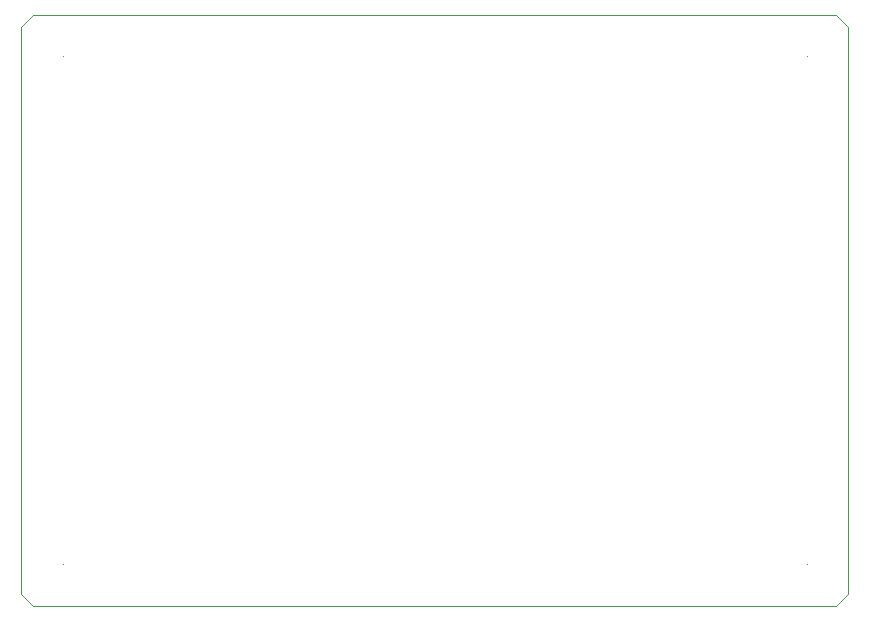
<source format=gko>
G04 #@! TF.GenerationSoftware,KiCad,Pcbnew,6.0*
G04 #@! TF.CreationDate,2024-12-16T04:50:00+00:00*
G04 #@! TF.ProjectId,SmartHomeController,736D617274686F6D6520636F6E74726F,3.1*
G04 #@! TF.SameCoordinates,Original*
G04 #@! TF.FileFunction,Profile,NP*
%FSLAX46Y46*%
G04 Gerber Fmt 4.6, Leading zero omitted, Abs format (unit mm)*
G04 Board outline - routing/milling path*
%MOMM*%
%LPD*%
G01*
G04 APERTURE LIST*
%ADD10C,0.100000*%
G04 APERTURE END LIST*
D10*
G04 PCB Outline: 70mm × 50mm with rounded corners*
G04 Board edge routing path (0.1mm line width)*
G04 Start at bottom-left, go clockwise*
X0Y1000000D02*
G01*
G04 Left edge*
X0Y49000000D01*
G04 Top-left corner (1mm radius)*
G75*
X1000000Y50000000I1000000J0D01*
G01*
G04 Top edge*
X69000000Y50000000D01*
G04 Top-right corner*
G75*
X70000000Y49000000I0J-1000000D01*
G01*
G04 Right edge*
X70000000Y1000000D01*
G04 Bottom-right corner*
G75*
X69000000Y0I-1000000J0D01*
G01*
G04 Bottom edge*
X1000000Y0D01*
G04 Bottom-left corner*
G75*
X0Y1000000I0J1000000D01*
G01*
G04 Mounting holes cutouts (2.7mm diameter for M2.5)*
G04 Bottom-left*
X3500000Y3500000D02*
G75*
X3500000Y3500000I1350000J0D01*
G01*
G04 Bottom-right*
X66500000Y3500000D02*
G75*
X66500000Y3500000I1350000J0D01*
G01*
G04 Top-left*
X3500000Y46500000D02*
G75*
X3500000Y46500000I1350000J0D01*
G01*
G04 Top-right*
X66500000Y46500000D02*
G75*
X66500000Y46500000I1350000J0D01*
G01*
G04 Optional V-score lines for panelization*
G04 Horizontal V-score (commented out for single board)*
G04 X0Y25000000D02*
G04 X70000000Y25000000D01*
M02*

</source>
